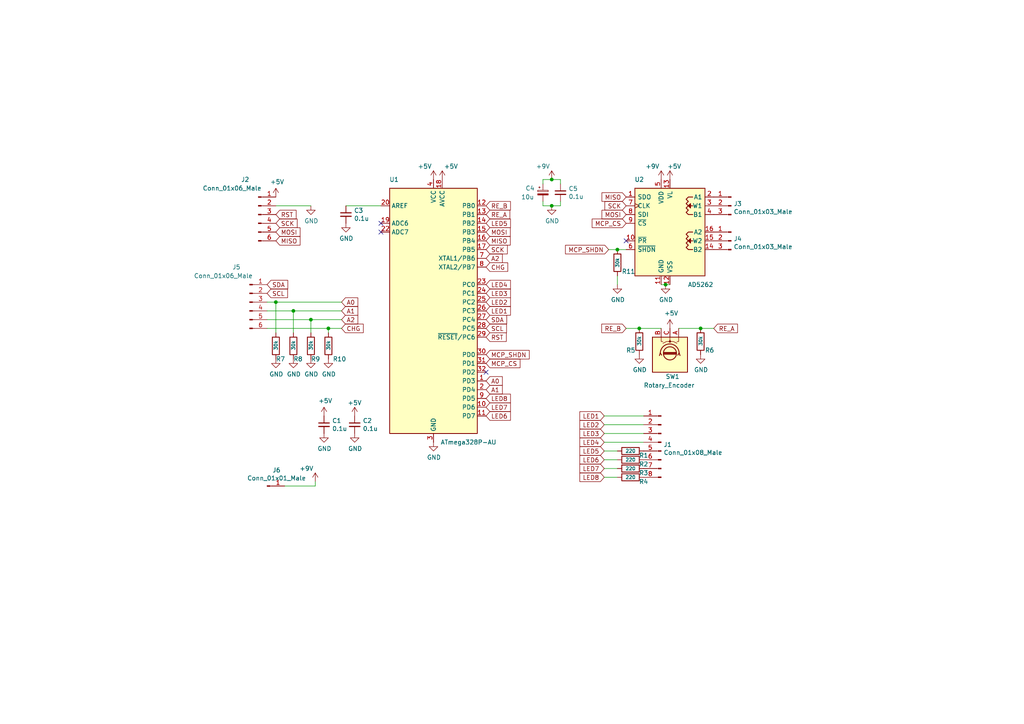
<source format=kicad_sch>
(kicad_sch (version 20230121) (generator eeschema)
  (paper "A4")
  (lib_symbols
    (symbol "Connector:Conn_01x01_Pin" (pin_names (offset 1.016) hide)
      (property "Reference" "J" (at 0 2.54 0))
      (property "Value" "Conn_01x01_Pin" (at 0 -2.54 0))
      (symbol "Conn_01x01_Pin_1_1"
        (polyline (pts (xy 1.27 0) (xy 0.8636 0)) (stroke (width 0.1524)))
        (rectangle (start 0.8636 0.127) (end 0 -0.127) (stroke (width 0.1524)) (fill (type outline)))
        (pin passive line (at 5.08 0 180) (length 3.81) (name "Pin_1") (number "1"))
      )
    )
    (symbol "Connector:Conn_01x03_Pin" (pin_names (offset 1.016) hide)
      (property "Reference" "J" (at 0 5.08 0))
      (property "Value" "Conn_01x03_Pin" (at 0 -5.08 0))
      (symbol "Conn_01x03_Pin_1_1"
        (polyline (pts (xy 1.27 -2.54) (xy 0.8636 -2.54)) (stroke (width 0.1524)))
        (polyline (pts (xy 1.27 0) (xy 0.8636 0)) (stroke (width 0.1524)))
        (polyline (pts (xy 1.27 2.54) (xy 0.8636 2.54)) (stroke (width 0.1524)))
        (rectangle (start 0.8636 -2.413) (end 0 -2.667) (stroke (width 0.1524)) (fill (type outline)))
        (rectangle (start 0.8636 0.127) (end 0 -0.127) (stroke (width 0.1524)) (fill (type outline)))
        (rectangle (start 0.8636 2.667) (end 0 2.413) (stroke (width 0.1524)) (fill (type outline)))
        (pin passive line (at 5.08 2.54 180) (length 3.81) (name "Pin_1") (number "1"))
        (pin passive line (at 5.08 0 180) (length 3.81) (name "Pin_2") (number "2"))
        (pin passive line (at 5.08 -2.54 180) (length 3.81) (name "Pin_3") (number "3"))
      )
    )
    (symbol "Connector:Conn_01x06_Pin" (pin_names (offset 1.016) hide)
      (property "Reference" "J" (at 0 7.62 0))
      (property "Value" "Conn_01x06_Pin" (at 0 -10.16 0))
      (symbol "Conn_01x06_Pin_1_1"
        (polyline (pts (xy 1.27 -7.62) (xy 0.8636 -7.62)) (stroke (width 0.1524)))
        (polyline (pts (xy 1.27 -5.08) (xy 0.8636 -5.08)) (stroke (width 0.1524)))
        (polyline (pts (xy 1.27 -2.54) (xy 0.8636 -2.54)) (stroke (width 0.1524)))
        (polyline (pts (xy 1.27 0) (xy 0.8636 0)) (stroke (width 0.1524)))
        (polyline (pts (xy 1.27 2.54) (xy 0.8636 2.54)) (stroke (width 0.1524)))
        (polyline (pts (xy 1.27 5.08) (xy 0.8636 5.08)) (stroke (width 0.1524)))
        (rectangle (start 0.8636 -7.493) (end 0 -7.747) (stroke (width 0.1524)) (fill (type outline)))
        (rectangle (start 0.8636 -4.953) (end 0 -5.207) (stroke (width 0.1524)) (fill (type outline)))
        (rectangle (start 0.8636 -2.413) (end 0 -2.667) (stroke (width 0.1524)) (fill (type outline)))
        (rectangle (start 0.8636 0.127) (end 0 -0.127) (stroke (width 0.1524)) (fill (type outline)))
        (rectangle (start 0.8636 2.667) (end 0 2.413) (stroke (width 0.1524)) (fill (type outline)))
        (rectangle (start 0.8636 5.207) (end 0 4.953) (stroke (width 0.1524)) (fill (type outline)))
        (pin passive line (at 5.08 5.08 180) (length 3.81) (name "Pin_1") (number "1"))
        (pin passive line (at 5.08 2.54 180) (length 3.81) (name "Pin_2") (number "2"))
        (pin passive line (at 5.08 0 180) (length 3.81) (name "Pin_3") (number "3"))
        (pin passive line (at 5.08 -2.54 180) (length 3.81) (name "Pin_4") (number "4"))
        (pin passive line (at 5.08 -5.08 180) (length 3.81) (name "Pin_5") (number "5"))
        (pin passive line (at 5.08 -7.62 180) (length 3.81) (name "Pin_6") (number "6"))
      )
    )
    (symbol "Connector:Conn_01x08_Pin" (pin_names (offset 1.016) hide)
      (property "Reference" "J" (at 0 10.16 0))
      (property "Value" "Conn_01x08_Pin" (at 0 -12.7 0))
      (symbol "Conn_01x08_Pin_1_1"
        (polyline (pts (xy 1.27 -10.16) (xy 0.8636 -10.16)) (stroke (width 0.1524)))
        (polyline (pts (xy 1.27 -7.62) (xy 0.8636 -7.62)) (stroke (width 0.1524)))
        (polyline (pts (xy 1.27 -5.08) (xy 0.8636 -5.08)) (stroke (width 0.1524)))
        (polyline (pts (xy 1.27 -2.54) (xy 0.8636 -2.54)) (stroke (width 0.1524)))
        (polyline (pts (xy 1.27 0) (xy 0.8636 0)) (stroke (width 0.1524)))
        (polyline (pts (xy 1.27 2.54) (xy 0.8636 2.54)) (stroke (width 0.1524)))
        (polyline (pts (xy 1.27 5.08) (xy 0.8636 5.08)) (stroke (width 0.1524)))
        (polyline (pts (xy 1.27 7.62) (xy 0.8636 7.62)) (stroke (width 0.1524)))
        (rectangle (start 0.8636 -10.033) (end 0 -10.287) (stroke (width 0.1524)) (fill (type outline)))
        (rectangle (start 0.8636 -7.493) (end 0 -7.747) (stroke (width 0.1524)) (fill (type outline)))
        (rectangle (start 0.8636 -4.953) (end 0 -5.207) (stroke (width 0.1524)) (fill (type outline)))
        (rectangle (start 0.8636 -2.413) (end 0 -2.667) (stroke (width 0.1524)) (fill (type outline)))
        (rectangle (start 0.8636 0.127) (end 0 -0.127) (stroke (width 0.1524)) (fill (type outline)))
        (rectangle (start 0.8636 2.667) (end 0 2.413) (stroke (width 0.1524)) (fill (type outline)))
        (rectangle (start 0.8636 5.207) (end 0 4.953) (stroke (width 0.1524)) (fill (type outline)))
        (rectangle (start 0.8636 7.747) (end 0 7.493) (stroke (width 0.1524)) (fill (type outline)))
        (pin passive line (at 5.08 7.62 180) (length 3.81) (name "Pin_1") (number "1"))
        (pin passive line (at 5.08 5.08 180) (length 3.81) (name "Pin_2") (number "2"))
        (pin passive line (at 5.08 2.54 180) (length 3.81) (name "Pin_3") (number "3"))
        (pin passive line (at 5.08 0 180) (length 3.81) (name "Pin_4") (number "4"))
        (pin passive line (at 5.08 -2.54 180) (length 3.81) (name "Pin_5") (number "5"))
        (pin passive line (at 5.08 -5.08 180) (length 3.81) (name "Pin_6") (number "6"))
        (pin passive line (at 5.08 -7.62 180) (length 3.81) (name "Pin_7") (number "7"))
        (pin passive line (at 5.08 -10.16 180) (length 3.81) (name "Pin_8") (number "8"))
      )
    )
    (symbol "Device:C_Polarized_Small" (pin_numbers hide) (pin_names (offset 0.254) hide)
      (property "Reference" "C" (at 0.254 1.778 0))
      (property "Value" "C_Polarized_Small" (at 0.254 -2.032 0))
      (symbol "C_Polarized_Small_0_1"
        (rectangle (start -1.524 -0.3048) (end 1.524 -0.6858) (fill (type outline)))
        (rectangle (start -1.524 0.6858) (end 1.524 0.3048))
        (polyline (pts (xy -1.27 1.524) (xy -0.762 1.524)))
        (polyline (pts (xy -1.016 1.27) (xy -1.016 1.778)))
      )
      (symbol "C_Polarized_Small_1_1"
        (pin passive line (at 0 2.54 270) (length 1.8542) (name "~") (number "1"))
        (pin passive line (at 0 -2.54 90) (length 1.8542) (name "~") (number "2"))
      )
    )
    (symbol "Device:C_Small" (pin_numbers hide) (pin_names (offset 0.254) hide)
      (property "Reference" "C" (at 0.254 1.778 0))
      (property "Value" "C_Small" (at 0.254 -2.032 0))
      (symbol "C_Small_0_1"
        (polyline (pts (xy -1.524 -0.508) (xy 1.524 -0.508)) (stroke (width 0.3302)))
        (polyline (pts (xy -1.524 0.508) (xy 1.524 0.508)) (stroke (width 0.3048)))
      )
      (symbol "C_Small_1_1"
        (pin passive line (at 0 2.54 270) (length 2.032) (name "~") (number "1"))
        (pin passive line (at 0 -2.54 90) (length 2.032) (name "~") (number "2"))
      )
    )
    (symbol "Device:R" (pin_numbers hide) (pin_names (offset 0))
      (property "Reference" "R" (at 2.032 0 90))
      (property "Value" "R" (at 0 0 90))
      (symbol "R_0_1"
        (rectangle (start -1.016 -2.54) (end 1.016 2.54) (stroke (width 0.254)))
      )
      (symbol "R_1_1"
        (pin passive line (at 0 3.81 270) (length 1.27) (name "~") (number "1"))
        (pin passive line (at 0 -3.81 90) (length 1.27) (name "~") (number "2"))
      )
    )
    (symbol "Device:RotaryEncoder" (pin_names (offset 0.254) hide)
      (property "Reference" "SW" (at 0 6.604 0))
      (property "Value" "RotaryEncoder" (at 0 -6.604 0))
      (symbol "RotaryEncoder_0_1"
        (rectangle (start -5.08 5.08) (end 5.08 -5.08) (stroke (width 0.254)) (fill (type background)))
        (circle (center -3.81 0) (radius 0.254) (fill (type outline)))
        (circle (center -0.381 0) (radius 1.905) (stroke (width 0.254)))
        (arc (start -0.381 2.667) (mid -3.0988 -0.0635) (end -0.381 -2.794) (stroke (width 0.254)))
        (polyline (pts (xy -0.635 -1.778) (xy -0.635 1.778)) (stroke (width 0.254)))
        (polyline (pts (xy -0.381 -1.778) (xy -0.381 1.778)) (stroke (width 0.254)))
        (polyline (pts (xy -0.127 1.778) (xy -0.127 -1.778)) (stroke (width 0.254)))
        (polyline (pts (xy -5.08 -2.54) (xy -3.81 -2.54) (xy -3.81 -2.032)))
        (polyline (pts (xy -5.08 2.54) (xy -3.81 2.54) (xy -3.81 2.032)))
        (polyline (pts (xy 0.254 -3.048) (xy -0.508 -2.794) (xy 0.127 -2.413)) (stroke (width 0.254)))
        (polyline (pts (xy 0.254 2.921) (xy -0.508 2.667) (xy 0.127 2.286)) (stroke (width 0.254)))
        (polyline (pts (xy -5.08 0) (xy -3.81 0) (xy -3.81 -1.016) (xy -3.302 -2.032)))
        (polyline (pts (xy -4.318 0) (xy -3.81 0) (xy -3.81 1.016) (xy -3.302 2.032)))
      )
      (symbol "RotaryEncoder_1_1"
        (pin passive line (at -7.62 2.54 0) (length 2.54) (name "A") (number "A"))
        (pin passive line (at -7.62 -2.54 0) (length 2.54) (name "B") (number "B"))
        (pin passive line (at -7.62 0 0) (length 2.54) (name "C") (number "C"))
      )
    )
    (symbol "MCU_Microchip_ATmega:ATmega328P-A"
      (property "Reference" "U" (at -12.7 36.83 0))
      (property "Value" "ATmega328P-A" (at 2.54 -36.83 0))
      (symbol "ATmega328P-A_0_1"
        (rectangle (start -12.7 -35.56) (end 12.7 35.56) (stroke (width 0.254)) (fill (type background)))
      )
      (symbol "ATmega328P-A_1_1"
        (pin bidirectional line (at 15.24 -20.32 180) (length 2.54) (name "PD3") (number "1"))
        (pin bidirectional line (at 15.24 -27.94 180) (length 2.54) (name "PD6") (number "10"))
        (pin bidirectional line (at 15.24 -30.48 180) (length 2.54) (name "PD7") (number "11"))
        (pin bidirectional line (at 15.24 30.48 180) (length 2.54) (name "PB0") (number "12"))
        (pin bidirectional line (at 15.24 27.94 180) (length 2.54) (name "PB1") (number "13"))
        (pin bidirectional line (at 15.24 25.4 180) (length 2.54) (name "PB2") (number "14"))
        (pin bidirectional line (at 15.24 22.86 180) (length 2.54) (name "PB3") (number "15"))
        (pin bidirectional line (at 15.24 20.32 180) (length 2.54) (name "PB4") (number "16"))
        (pin bidirectional line (at 15.24 17.78 180) (length 2.54) (name "PB5") (number "17"))
        (pin power_in line (at 2.54 38.1 270) (length 2.54) (name "AVCC") (number "18"))
        (pin input line (at -15.24 25.4 0) (length 2.54) (name "ADC6") (number "19"))
        (pin bidirectional line (at 15.24 -22.86 180) (length 2.54) (name "PD4") (number "2"))
        (pin passive line (at -15.24 30.48 0) (length 2.54) (name "AREF") (number "20"))
        (pin passive line (at 0 -38.1 90) (length 2.54) hide (name "GND") (number "21"))
        (pin input line (at -15.24 22.86 0) (length 2.54) (name "ADC7") (number "22"))
        (pin bidirectional line (at 15.24 7.62 180) (length 2.54) (name "PC0") (number "23"))
        (pin bidirectional line (at 15.24 5.08 180) (length 2.54) (name "PC1") (number "24"))
        (pin bidirectional line (at 15.24 2.54 180) (length 2.54) (name "PC2") (number "25"))
        (pin bidirectional line (at 15.24 0 180) (length 2.54) (name "PC3") (number "26"))
        (pin bidirectional line (at 15.24 -2.54 180) (length 2.54) (name "PC4") (number "27"))
        (pin bidirectional line (at 15.24 -5.08 180) (length 2.54) (name "PC5") (number "28"))
        (pin bidirectional line (at 15.24 -7.62 180) (length 2.54) (name "~{RESET}/PC6") (number "29"))
        (pin power_in line (at 0 -38.1 90) (length 2.54) (name "GND") (number "3"))
        (pin bidirectional line (at 15.24 -12.7 180) (length 2.54) (name "PD0") (number "30"))
        (pin bidirectional line (at 15.24 -15.24 180) (length 2.54) (name "PD1") (number "31"))
        (pin bidirectional line (at 15.24 -17.78 180) (length 2.54) (name "PD2") (number "32"))
        (pin power_in line (at 0 38.1 270) (length 2.54) (name "VCC") (number "4"))
        (pin passive line (at 0 -38.1 90) (length 2.54) hide (name "GND") (number "5"))
        (pin passive line (at 0 38.1 270) (length 2.54) hide (name "VCC") (number "6"))
        (pin bidirectional line (at 15.24 15.24 180) (length 2.54) (name "XTAL1/PB6") (number "7"))
        (pin bidirectional line (at 15.24 12.7 180) (length 2.54) (name "XTAL2/PB7") (number "8"))
        (pin bidirectional line (at 15.24 -25.4 180) (length 2.54) (name "PD5") (number "9"))
      )
    )
    (symbol "ad5262:AD5262" (pin_names (offset 0.762))
      (property "Reference" "U" (at -10.414 13.97 0))
      (property "Value" "AD5262" (at 0.762 13.97 0))
      (symbol "AD5262_0_1"
        (rectangle (start -10.16 12.7) (end 10.16 -12.7) (stroke (width 0.254)) (fill (type background)))
        (polyline (pts (xy 6.604 -2.54) (xy 5.334 -2.54) (xy 5.969 -1.905) (xy 5.969 -3.175) (xy 5.334 -2.54)) (stroke (width 0.254)) (fill (type outline)))
        (polyline (pts (xy 6.604 7.62) (xy 5.334 7.62) (xy 5.969 8.255) (xy 5.969 7.62) (xy 5.969 6.985) (xy 5.334 7.62)) (stroke (width 0.254)) (fill (type outline)))
        (polyline (pts (xy 6.604 0) (xy 5.334 0) (xy 4.699 -0.635) (xy 5.334 -1.27) (xy 4.699 -1.905) (xy 5.334 -2.54) (xy 4.699 -3.175) (xy 5.334 -3.81) (xy 4.699 -4.445) (xy 5.334 -5.08) (xy 6.604 -5.08)) (stroke (width 0.254)))
        (polyline (pts (xy 6.604 10.16) (xy 5.334 10.16) (xy 4.699 9.525) (xy 5.334 8.89) (xy 4.699 8.255) (xy 5.334 7.62) (xy 4.699 6.985) (xy 5.334 6.35) (xy 4.699 5.715) (xy 5.334 5.08) (xy 6.604 5.08)) (stroke (width 0.254)))
      )
      (symbol "AD5262_1_1"
        (pin output line (at -12.7 10.16 0) (length 2.54) (name "SDO") (number "1"))
        (pin input line (at -12.7 -2.54 0) (length 2.54) (name "~{PR}") (number "10"))
        (pin power_in line (at -2.54 -15.24 90) (length 2.54) (name "GND") (number "11"))
        (pin power_in line (at 0 -15.24 90) (length 2.54) (name "VSS") (number "12"))
        (pin power_in line (at 0 15.24 270) (length 2.54) (name "VL") (number "13"))
        (pin passive line (at 12.7 -5.08 180) (length 2.54) (name "B2") (number "14"))
        (pin passive line (at 12.7 -2.54 180) (length 2.54) (name "W2") (number "15"))
        (pin passive line (at 12.7 0 180) (length 2.54) (name "A2") (number "16"))
        (pin passive line (at 12.7 10.16 180) (length 2.54) (name "A1") (number "2"))
        (pin passive line (at 12.7 7.62 180) (length 2.54) (name "W1") (number "3"))
        (pin passive line (at 12.7 5.08 180) (length 2.54) (name "B1") (number "4"))
        (pin power_in line (at -2.54 15.24 270) (length 2.54) (name "VDD") (number "5"))
        (pin input line (at -12.7 -5.08 0) (length 2.54) (name "~{SHDN}") (number "6"))
        (pin input clock (at -12.7 7.62 0) (length 2.54) (name "CLK") (number "7"))
        (pin input line (at -12.7 5.08 0) (length 2.54) (name "SDI") (number "8"))
        (pin input line (at -12.7 2.54 0) (length 2.54) (name "~{CS}") (number "9"))
      )
    )
    (symbol "power:+5V" (power) (pin_names (offset 0))
      (property "Value" "+5V" (at 0 3.556 0))
      (symbol "+5V_0_1"
        (polyline (pts (xy -0.762 1.27) (xy 0 2.54)))
        (polyline (pts (xy 0 0) (xy 0 2.54)))
        (polyline (pts (xy 0 2.54) (xy 0.762 1.27)))
      )
      (symbol "+5V_1_1"
        (pin power_in line (at 0 0 90) (length 0) hide (name "+5V") (number "1"))
      )
    )
    (symbol "power:+9V" (power) (pin_names (offset 0))
      (property "Value" "+9V" (at 0 3.556 0))
      (symbol "+9V_0_1"
        (polyline (pts (xy -0.762 1.27) (xy 0 2.54)))
        (polyline (pts (xy 0 0) (xy 0 2.54)))
        (polyline (pts (xy 0 2.54) (xy 0.762 1.27)))
      )
      (symbol "+9V_1_1"
        (pin power_in line (at 0 0 90) (length 0) hide (name "+9V") (number "1"))
      )
    )
    (symbol "power:GND" (power) (pin_names (offset 0))
      (property "Value" "GND" (at 0 -3.81 0))
      (symbol "GND_0_1"
        (polyline (pts (xy 0 0) (xy 0 -1.27) (xy 1.27 -1.27) (xy 0 -2.54) (xy -1.27 -1.27) (xy 0 -1.27)))
      )
      (symbol "GND_1_1"
        (pin power_in line (at 0 0 270) (length 0) hide (name "GND") (number "1"))
      )
    )
  )
  (junction (at 80.01 87.63))
  (junction (at 160.02 59.69))
  (junction (at 185.42 95.25))
  (junction (at 90.17 92.71))
  (junction (at 95.25 95.25))
  (junction (at 179.07 72.39))
  (junction (at 193.04 82.55))
  (junction (at 85.09 90.17))
  (junction (at 203.2 95.25))
  (junction (at 160.02 52.07))
  (no_connect (at 110.49 64.77))
  (no_connect (at 140.97 107.95))
  (no_connect (at 181.61 69.85))
  (no_connect (at 110.49 67.31))
  (wire (pts (xy 207.01 95.25) (xy 203.2 95.25)))
  (wire (pts (xy 179.07 80.01) (xy 179.07 82.55)))
  (wire (pts (xy 85.09 90.17) (xy 99.06 90.17)))
  (wire (pts (xy 80.01 87.63) (xy 99.06 87.63)))
  (wire (pts (xy 193.04 82.55) (xy 194.31 82.55)))
  (wire (pts (xy 80.01 96.52) (xy 80.01 87.63)))
  (wire (pts (xy 179.07 138.43) (xy 175.26 138.43)))
  (wire (pts (xy 186.69 120.65) (xy 175.26 120.65)))
  (wire (pts (xy 181.61 95.25) (xy 185.42 95.25)))
  (wire (pts (xy 77.47 95.25) (xy 95.25 95.25)))
  (wire (pts (xy 175.26 130.81) (xy 179.07 130.81)))
  (wire (pts (xy 85.09 96.52) (xy 85.09 90.17)))
  (wire (pts (xy 90.17 92.71) (xy 99.06 92.71)))
  (wire (pts (xy 100.33 59.69) (xy 110.49 59.69)))
  (wire (pts (xy 77.47 87.63) (xy 80.01 87.63)))
  (wire (pts (xy 91.44 140.97) (xy 91.44 139.7)))
  (wire (pts (xy 175.26 135.89) (xy 179.07 135.89)))
  (wire (pts (xy 186.69 125.73) (xy 175.26 125.73)))
  (wire (pts (xy 179.07 133.35) (xy 175.26 133.35)))
  (wire (pts (xy 162.56 52.07) (xy 162.56 53.34)))
  (wire (pts (xy 176.53 72.39) (xy 179.07 72.39)))
  (wire (pts (xy 162.56 58.42) (xy 162.56 59.69)))
  (wire (pts (xy 157.48 59.69) (xy 160.02 59.69)))
  (wire (pts (xy 191.77 82.55) (xy 193.04 82.55)))
  (wire (pts (xy 90.17 96.52) (xy 90.17 92.71)))
  (wire (pts (xy 82.55 140.97) (xy 91.44 140.97)))
  (wire (pts (xy 77.47 90.17) (xy 85.09 90.17)))
  (wire (pts (xy 179.07 72.39) (xy 181.61 72.39)))
  (wire (pts (xy 95.25 96.52) (xy 95.25 95.25)))
  (wire (pts (xy 175.26 128.27) (xy 186.69 128.27)))
  (wire (pts (xy 157.48 58.42) (xy 157.48 59.69)))
  (wire (pts (xy 77.47 92.71) (xy 90.17 92.71)))
  (wire (pts (xy 157.48 52.07) (xy 160.02 52.07)))
  (wire (pts (xy 80.01 59.69) (xy 90.17 59.69)))
  (wire (pts (xy 160.02 52.07) (xy 162.56 52.07)))
  (wire (pts (xy 175.26 123.19) (xy 186.69 123.19)))
  (wire (pts (xy 162.56 59.69) (xy 160.02 59.69)))
  (wire (pts (xy 95.25 95.25) (xy 99.06 95.25)))
  (wire (pts (xy 157.48 53.34) (xy 157.48 52.07)))
  (wire (pts (xy 185.42 95.25) (xy 191.77 95.25)))
  (wire (pts (xy 196.85 95.25) (xy 203.2 95.25)))
  (global_label "LED5" (shape input) (at 140.97 64.77 0) (property "Intersheetrefs" "${INTERSHEET_REFS}" (effects hide)))
  (global_label "MISO" (shape input) (at 181.61 57.15 180) (property "Intersheetrefs" "${INTERSHEET_REFS}" (effects hide)))
  (global_label "LED6" (shape input) (at 140.97 120.65 0) (property "Intersheetrefs" "${INTERSHEET_REFS}" (effects hide)))
  (global_label "RST" (shape input) (at 80.01 62.23 0) (property "Intersheetrefs" "${INTERSHEET_REFS}" (effects hide)))
  (global_label "LED8" (shape input) (at 175.26 138.43 180) (property "Intersheetrefs" "${INTERSHEET_REFS}" (effects hide)))
  (global_label "SCK" (shape input) (at 80.01 64.77 0) (property "Intersheetrefs" "${INTERSHEET_REFS}" (effects hide)))
  (global_label "SCK" (shape input) (at 181.61 59.69 180) (property "Intersheetrefs" "${INTERSHEET_REFS}" (effects hide)))
  (global_label "SCL" (shape input) (at 140.97 95.25 0) (property "Intersheetrefs" "${INTERSHEET_REFS}" (effects hide)))
  (global_label "A0" (shape input) (at 140.97 110.49 0) (property "Intersheetrefs" "${INTERSHEET_REFS}" (effects hide)))
  (global_label "CHG" (shape input) (at 140.97 77.47 0) (property "Intersheetrefs" "${INTERSHEET_REFS}" (effects hide)))
  (global_label "LED8" (shape input) (at 140.97 115.57 0) (property "Intersheetrefs" "${INTERSHEET_REFS}" (effects hide)))
  (global_label "MOSI" (shape input) (at 181.61 62.23 180) (property "Intersheetrefs" "${INTERSHEET_REFS}" (effects hide)))
  (global_label "MCP_CS" (shape input) (at 140.97 105.41 0) (property "Intersheetrefs" "${INTERSHEET_REFS}" (effects hide)))
  (global_label "LED3" (shape input) (at 140.97 85.09 0) (property "Intersheetrefs" "${INTERSHEET_REFS}" (effects hide)))
  (global_label "LED1" (shape input) (at 140.97 90.17 0) (property "Intersheetrefs" "${INTERSHEET_REFS}" (effects hide)))
  (global_label "RE_A" (shape input) (at 140.97 62.23 0) (property "Intersheetrefs" "${INTERSHEET_REFS}" (effects hide)))
  (global_label "CHG" (shape input) (at 99.06 95.25 0) (property "Intersheetrefs" "${INTERSHEET_REFS}" (effects hide)))
  (global_label "LED7" (shape input) (at 140.97 118.11 0) (property "Intersheetrefs" "${INTERSHEET_REFS}" (effects hide)))
  (global_label "SCK" (shape input) (at 140.97 72.39 0) (property "Intersheetrefs" "${INTERSHEET_REFS}" (effects hide)))
  (global_label "RST" (shape input) (at 140.97 97.79 0) (property "Intersheetrefs" "${INTERSHEET_REFS}" (effects hide)))
  (global_label "LED7" (shape input) (at 175.26 135.89 180) (property "Intersheetrefs" "${INTERSHEET_REFS}" (effects hide)))
  (global_label "LED1" (shape input) (at 175.26 120.65 180) (property "Intersheetrefs" "${INTERSHEET_REFS}" (effects hide)))
  (global_label "MOSI" (shape input) (at 140.97 67.31 0) (property "Intersheetrefs" "${INTERSHEET_REFS}" (effects hide)))
  (global_label "LED4" (shape input) (at 175.26 128.27 180) (property "Intersheetrefs" "${INTERSHEET_REFS}" (effects hide)))
  (global_label "MISO" (shape input) (at 140.97 69.85 0) (property "Intersheetrefs" "${INTERSHEET_REFS}" (effects hide)))
  (global_label "SDA" (shape input) (at 77.47 82.55 0) (property "Intersheetrefs" "${INTERSHEET_REFS}" (effects hide)))
  (global_label "LED2" (shape input) (at 175.26 123.19 180) (property "Intersheetrefs" "${INTERSHEET_REFS}" (effects hide)))
  (global_label "RE_B" (shape input) (at 140.97 59.69 0) (property "Intersheetrefs" "${INTERSHEET_REFS}" (effects hide)))
  (global_label "A2" (shape input) (at 99.06 92.71 0) (property "Intersheetrefs" "${INTERSHEET_REFS}" (effects hide)))
  (global_label "A1" (shape input) (at 140.97 113.03 0) (property "Intersheetrefs" "${INTERSHEET_REFS}" (effects hide)))
  (global_label "SCL" (shape input) (at 77.47 85.09 0) (property "Intersheetrefs" "${INTERSHEET_REFS}" (effects hide)))
  (global_label "MCP_SHDN" (shape input) (at 176.53 72.39 180) (property "Intersheetrefs" "${INTERSHEET_REFS}" (effects hide)))
  (global_label "LED6" (shape input) (at 175.26 133.35 180) (property "Intersheetrefs" "${INTERSHEET_REFS}" (effects hide)))
  (global_label "LED5" (shape input) (at 175.26 130.81 180) (property "Intersheetrefs" "${INTERSHEET_REFS}" (effects hide)))
  (global_label "MOSI" (shape input) (at 80.01 67.31 0) (property "Intersheetrefs" "${INTERSHEET_REFS}" (effects hide)))
  (global_label "MCP_CS" (shape input) (at 181.61 64.77 180) (property "Intersheetrefs" "${INTERSHEET_REFS}" (effects hide)))
  (global_label "A0" (shape input) (at 99.06 87.63 0) (property "Intersheetrefs" "${INTERSHEET_REFS}" (effects hide)))
  (global_label "A2" (shape input) (at 140.97 74.93 0) (property "Intersheetrefs" "${INTERSHEET_REFS}" (effects hide)))
  (global_label "MCP_SHDN" (shape input) (at 140.97 102.87 0) (property "Intersheetrefs" "${INTERSHEET_REFS}" (effects hide)))
  (global_label "RE_B" (shape input) (at 181.61 95.25 180) (property "Intersheetrefs" "${INTERSHEET_REFS}" (effects hide)))
  (global_label "SDA" (shape input) (at 140.97 92.71 0) (property "Intersheetrefs" "${INTERSHEET_REFS}" (effects hide)))
  (global_label "MISO" (shape input) (at 80.01 69.85 0) (property "Intersheetrefs" "${INTERSHEET_REFS}" (effects hide)))
  (global_label "A1" (shape input) (at 99.06 90.17 0) (property "Intersheetrefs" "${INTERSHEET_REFS}" (effects hide)))
  (global_label "RE_A" (shape input) (at 207.01 95.25 0) (property "Intersheetrefs" "${INTERSHEET_REFS}" (effects hide)))
  (global_label "LED4" (shape input) (at 140.97 82.55 0) (property "Intersheetrefs" "${INTERSHEET_REFS}" (effects hide)))
  (global_label "LED3" (shape input) (at 175.26 125.73 180) (property "Intersheetrefs" "${INTERSHEET_REFS}" (effects hide)))
  (global_label "LED2" (shape input) (at 140.97 87.63 0) (property "Intersheetrefs" "${INTERSHEET_REFS}" (effects hide)))
  (symbol (lib_id "ad5262:AD5262") (at 194.31 67.31 0) (unit 1)
    (property "Reference" "U2" (at 185.42 52.07 0))
    (property "Value" "AD5262" (at 203.2 82.55 0))
    (property "Footprint" "Package_SO:TSSOP-16_4.4x5mm_P0.65mm" (effects hide))
    (property "Datasheet" "https://www.analog.com/media/en/technical-documentation/data-sheets/AD5280_5282.pdf" (effects hide))
  )
  (symbol (lib_id "power:GND") (at 193.04 82.55 0) (unit 1)
    (property "Reference" "#PWR0106" (effects hide))
    (property "Value" "GND" (at 193.167 86.9442 0))
  )
  (symbol (lib_id "power:+5V") (at 194.31 52.07 0) (unit 1)
    (property "Reference" "#PWR0107" (effects hide))
    (property "Value" "+5V" (at 195.58 48.26 0))
  )
  (symbol (lib_id "Device:R") (at 179.07 76.2 180) (unit 1)
    (property "Reference" "R11" (at 180.34 78.74 0) (effects (justify right)))
    (property "Value" "30k" (at 179.07 76.2 90) (effects (font (size 0.9906 0.9906))))
    (property "Footprint" "Resistor_SMD:R_0805_2012Metric_Pad1.15x1.40mm_HandSolder" (effects hide))
  )
  (symbol (lib_id "power:GND") (at 179.07 82.55 0) (unit 1)
    (property "Reference" "#PWR0116" (effects hide))
    (property "Value" "GND" (at 179.197 86.9442 0))
  )
  (symbol (lib_id "power:+9V") (at 191.77 52.07 0) (unit 1)
    (property "Reference" "#PWR0121" (effects hide))
    (property "Value" "+9V" (at 189.23 48.26 0))
  )
  (symbol (lib_id "power:+9V") (at 160.02 52.07 0) (unit 1)
    (property "Reference" "#PWR0122" (effects hide))
    (property "Value" "+9V" (at 157.48 48.26 0))
  )
  (symbol (lib_id "power:GND") (at 160.02 59.69 0) (unit 1)
    (property "Reference" "#PWR0123" (effects hide))
    (property "Value" "GND" (at 160.147 64.0842 0))
  )
  (symbol (lib_id "Device:C_Small") (at 162.56 55.88 0) (unit 1)
    (property "Reference" "C5" (at 164.8968 54.7116 0) (effects (justify left)))
    (property "Value" "0.1u" (at 164.8968 57.023 0) (effects (justify left)))
    (property "Footprint" "Capacitor_SMD:C_0805_2012Metric_Pad1.15x1.40mm_HandSolder" (effects hide))
  )
  (symbol (lib_id "Device:C_Polarized_Small") (at 157.48 55.88 0) (unit 1)
    (property "Reference" "C4" (at 152.4 54.61 0) (effects (justify left)))
    (property "Value" "10u" (at 151.13 57.15 0) (effects (justify left)))
    (property "Footprint" "Capacitor_Tantalum_SMD:CP_EIA-3216-18_Kemet-A_Pad1.58x1.35mm_HandSolder" (effects hide))
  )
  (symbol (lib_id "Connector:Conn_01x01_Pin") (at 77.47 140.97 0) (unit 1)
    (property "Reference" "J6" (at 80.2132 136.3726 0))
    (property "Value" "Conn_01x01_Male" (at 80.2132 138.684 0))
    (property "Footprint" "Connector_PinHeader_2.54mm:PinHeader_1x01_P2.54mm_Vertical" (effects hide))
  )
  (symbol (lib_id "power:+9V") (at 91.44 139.7 0) (unit 1)
    (property "Reference" "#PWR0124" (effects hide))
    (property "Value" "+9V" (at 88.9 135.89 0))
  )
  (symbol (lib_id "MCU_Microchip_ATmega:ATmega328P-A") (at 125.73 90.17 0) (unit 1)
    (property "Reference" "U1" (at 114.3 52.07 0))
    (property "Value" "ATmega328P-AU" (at 135.89 128.27 0))
    (property "Footprint" "Package_QFP:TQFP-32_7x7mm_P0.8mm" (effects hide))
    (property "Datasheet" "http://ww1.microchip.com/downloads/en/DeviceDoc/ATmega328_P%20AVR%20MCU%20with%20picoPower%20Technology%20Data%20Sheet%2040001984A.pdf" (effects hide))
  )
  (symbol (lib_id "Device:RotaryEncoder") (at 194.31 102.87 270) (unit 1)
    (property "Reference" "SW1" (at 193.04 109.22 90) (effects (justify left)))
    (property "Value" "Rotary_Encoder" (at 186.69 111.76 90) (effects (justify left)))
    (property "Footprint" "Rotary_Encoder:RotaryEncoder_Alps_EC12E_Vertical_H20mm" (effects hide))
  )
  (symbol (lib_id "Connector:Conn_01x08_Pin") (at 191.77 128.27 0) (mirror y) (unit 1)
    (property "Reference" "J1" (at 192.4558 128.9558 0) (effects (justify right)))
    (property "Value" "Conn_01x08_Male" (at 192.4558 131.2672 0) (effects (justify right)))
    (property "Footprint" "Annular_LED_Ring:Annular_LED_Ring" (effects hide))
  )
  (symbol (lib_id "Connector:Conn_01x06_Pin") (at 74.93 62.23 0) (unit 1)
    (property "Reference" "J2" (at 71.12 52.07 0))
    (property "Value" "Conn_01x06_Male" (at 67.31 54.61 0))
    (property "Footprint" "Connector_PinHeader_2.54mm:PinHeader_1x06_P2.54mm_Vertical" (effects hide))
  )
  (symbol (lib_id "Connector:Conn_01x03_Pin") (at 212.09 59.69 0) (mirror y) (unit 1)
    (property "Reference" "J3" (at 212.7758 59.1058 0) (effects (justify right)))
    (property "Value" "Conn_01x03_Male" (at 212.7758 61.4172 0) (effects (justify right)))
    (property "Footprint" "Connector_PinHeader_2.54mm:PinHeader_1x03_P2.54mm_Vertical" (effects hide))
  )
  (symbol (lib_id "Connector:Conn_01x03_Pin") (at 212.09 69.85 0) (mirror y) (unit 1)
    (property "Reference" "J4" (at 212.7758 69.2658 0) (effects (justify right)))
    (property "Value" "Conn_01x03_Male" (at 212.7758 71.5772 0) (effects (justify right)))
    (property "Footprint" "Connector_PinHeader_2.54mm:PinHeader_1x03_P2.54mm_Vertical" (effects hide))
  )
  (symbol (lib_id "Device:R") (at 182.88 130.81 270) (unit 1)
    (property "Reference" "R1" (at 186.69 132.08 90))
    (property "Value" "220" (at 182.88 130.81 90) (effects (font (size 0.9906 0.9906))))
    (property "Footprint" "Resistor_SMD:R_0805_2012Metric_Pad1.15x1.40mm_HandSolder" (effects hide))
  )
  (symbol (lib_id "Device:R") (at 182.88 133.35 270) (unit 1)
    (property "Reference" "R2" (at 186.69 134.62 90))
    (property "Value" "220" (at 182.88 133.35 90) (effects (font (size 0.9906 0.9906))))
    (property "Footprint" "Resistor_SMD:R_0805_2012Metric_Pad1.15x1.40mm_HandSolder" (effects hide))
  )
  (symbol (lib_id "Device:R") (at 182.88 135.89 270) (unit 1)
    (property "Reference" "R3" (at 186.69 137.16 90))
    (property "Value" "220" (at 182.88 135.89 90) (effects (font (size 0.9906 0.9906))))
    (property "Footprint" "Resistor_SMD:R_0805_2012Metric_Pad1.15x1.40mm_HandSolder" (effects hide))
  )
  (symbol (lib_id "Device:R") (at 182.88 138.43 270) (unit 1)
    (property "Reference" "R4" (at 186.69 139.7 90))
    (property "Value" "220" (at 182.88 138.43 90) (effects (font (size 0.9906 0.9906))))
    (property "Footprint" "Resistor_SMD:R_0805_2012Metric_Pad1.15x1.40mm_HandSolder" (effects hide))
  )
  (symbol (lib_id "Device:R") (at 185.42 99.06 180) (unit 1)
    (property "Reference" "R5" (at 181.61 101.6 0) (effects (justify right)))
    (property "Value" "30k" (at 185.42 100.33 90) (effects (font (size 0.9906 0.9906)) (justify right)))
    (property "Footprint" "Resistor_SMD:R_0805_2012Metric_Pad1.15x1.40mm_HandSolder" (effects hide))
  )
  (symbol (lib_id "Device:R") (at 203.2 99.06 180) (unit 1)
    (property "Reference" "R6" (at 204.47 101.6 0) (effects (justify right)))
    (property "Value" "30k" (at 203.2 100.33 90) (effects (font (size 0.9906 0.9906)) (justify right)))
    (property "Footprint" "Resistor_SMD:R_0805_2012Metric_Pad1.15x1.40mm_HandSolder" (effects hide))
  )
  (symbol (lib_id "power:GND") (at 125.73 128.27 0) (unit 1)
    (property "Reference" "#PWR0101" (effects hide))
    (property "Value" "GND" (at 125.857 132.6642 0))
  )
  (symbol (lib_id "power:+5V") (at 125.73 52.07 0) (unit 1)
    (property "Reference" "#PWR0102" (effects hide))
    (property "Value" "+5V" (at 123.19 48.26 0))
  )
  (symbol (lib_id "power:+5V") (at 194.31 95.25 0) (unit 1)
    (property "Reference" "#PWR0103" (effects hide))
    (property "Value" "+5V" (at 194.691 90.8558 0))
  )
  (symbol (lib_id "power:GND") (at 185.42 102.87 0) (unit 1)
    (property "Reference" "#PWR0104" (effects hide))
    (property "Value" "GND" (at 185.547 107.2642 0))
  )
  (symbol (lib_id "power:GND") (at 203.2 102.87 0) (unit 1)
    (property "Reference" "#PWR0105" (effects hide))
    (property "Value" "GND" (at 203.327 107.2642 0))
  )
  (symbol (lib_id "Device:C_Small") (at 102.87 123.19 0) (unit 1)
    (property "Reference" "C2" (at 105.2068 122.0216 0) (effects (justify left)))
    (property "Value" "0.1u" (at 105.2068 124.333 0) (effects (justify left)))
    (property "Footprint" "Capacitor_SMD:C_0805_2012Metric_Pad1.15x1.40mm_HandSolder" (effects hide))
  )
  (symbol (lib_id "Device:C_Small") (at 93.98 123.19 0) (unit 1)
    (property "Reference" "C1" (at 96.3168 122.0216 0) (effects (justify left)))
    (property "Value" "0.1u" (at 96.3168 124.333 0) (effects (justify left)))
    (property "Footprint" "Capacitor_SMD:C_0805_2012Metric_Pad1.15x1.40mm_HandSolder" (effects hide))
  )
  (symbol (lib_id "power:+5V") (at 93.98 120.65 0) (unit 1)
    (property "Reference" "#PWR0108" (effects hide))
    (property "Value" "+5V" (at 94.361 116.2558 0))
  )
  (symbol (lib_id "power:+5V") (at 102.87 120.65 0) (unit 1)
    (property "Reference" "#PWR0109" (effects hide))
    (property "Value" "+5V" (at 102.87 116.84 0))
  )
  (symbol (lib_id "power:GND") (at 93.98 125.73 0) (unit 1)
    (property "Reference" "#PWR0110" (effects hide))
    (property "Value" "GND" (at 94.107 130.1242 0))
  )
  (symbol (lib_id "power:GND") (at 102.87 125.73 0) (unit 1)
    (property "Reference" "#PWR0111" (effects hide))
    (property "Value" "GND" (at 102.997 130.1242 0))
  )
  (symbol (lib_id "power:+5V") (at 80.01 57.15 0) (unit 1)
    (property "Reference" "#PWR0112" (effects hide))
    (property "Value" "+5V" (at 80.391 52.7558 0))
  )
  (symbol (lib_id "power:GND") (at 90.17 59.69 0) (unit 1)
    (property "Reference" "#PWR0113" (effects hide))
    (property "Value" "GND" (at 90.297 64.0842 0))
  )
  (symbol (lib_id "power:+5V") (at 128.27 52.07 0) (unit 1)
    (property "Reference" "#PWR0114" (effects hide))
    (property "Value" "+5V" (at 130.81 48.26 0))
  )
  (symbol (lib_id "Device:C_Small") (at 100.33 62.23 0) (unit 1)
    (property "Reference" "C3" (at 102.6668 61.0616 0) (effects (justify left)))
    (property "Value" "0.1u" (at 102.6668 63.373 0) (effects (justify left)))
    (property "Footprint" "Capacitor_SMD:C_0805_2012Metric_Pad1.15x1.40mm_HandSolder" (effects hide))
  )
  (symbol (lib_id "power:GND") (at 100.33 64.77 0) (unit 1)
    (property "Reference" "#PWR0115" (effects hide))
    (property "Value" "GND" (at 100.457 69.1642 0))
  )
  (symbol (lib_id "Connector:Conn_01x06_Pin") (at 72.39 87.63 0) (unit 1)
    (property "Reference" "J5" (at 68.58 77.47 0))
    (property "Value" "Conn_01x06_Male" (at 64.77 80.01 0))
    (property "Footprint" "Connector_PinHeader_2.54mm:PinHeader_1x06_P2.54mm_Vertical" (effects hide))
  )
  (symbol (lib_id "Device:R") (at 80.01 100.33 180) (unit 1)
    (property "Reference" "R7" (at 80.01 104.14 0) (effects (justify right)))
    (property "Value" "30k" (at 80.01 101.6 90) (effects (font (size 0.9906 0.9906)) (justify right)))
    (property "Footprint" "Resistor_SMD:R_0805_2012Metric_Pad1.15x1.40mm_HandSolder" (effects hide))
  )
  (symbol (lib_id "Device:R") (at 85.09 100.33 180) (unit 1)
    (property "Reference" "R8" (at 85.09 104.14 0) (effects (justify right)))
    (property "Value" "30k" (at 85.09 101.6 90) (effects (font (size 0.9906 0.9906)) (justify right)))
    (property "Footprint" "Resistor_SMD:R_0805_2012Metric_Pad1.15x1.40mm_HandSolder" (effects hide))
  )
  (symbol (lib_id "Device:R") (at 90.17 100.33 180) (unit 1)
    (property "Reference" "R9" (at 90.17 104.14 0) (effects (justify right)))
    (property "Value" "30k" (at 90.17 101.6 90) (effects (font (size 0.9906 0.9906)) (justify right)))
    (property "Footprint" "Resistor_SMD:R_0805_2012Metric_Pad1.15x1.40mm_HandSolder" (effects hide))
  )
  (symbol (lib_id "Device:R") (at 95.25 100.33 180) (unit 1)
    (property "Reference" "R10" (at 96.52 104.14 0) (effects (justify right)))
    (property "Value" "30k" (at 95.25 101.6 90) (effects (font (size 0.9906 0.9906)) (justify right)))
    (property "Footprint" "Resistor_SMD:R_0805_2012Metric_Pad1.15x1.40mm_HandSolder" (effects hide))
  )
  (symbol (lib_id "power:GND") (at 80.01 104.14 0) (unit 1)
    (property "Reference" "#PWR0117" (effects hide))
    (property "Value" "GND" (at 80.137 108.5342 0))
  )
  (symbol (lib_id "power:GND") (at 85.09 104.14 0) (unit 1)
    (property "Reference" "#PWR0118" (effects hide))
    (property "Value" "GND" (at 85.217 108.5342 0))
  )
  (symbol (lib_id "power:GND") (at 90.17 104.14 0) (unit 1)
    (property "Reference" "#PWR0119" (effects hide))
    (property "Value" "GND" (at 90.297 108.5342 0))
  )
  (symbol (lib_id "power:GND") (at 95.25 104.14 0) (unit 1)
    (property "Reference" "#PWR0120" (effects hide))
    (property "Value" "GND" (at 95.377 108.5342 0))
  )
)
</source>
